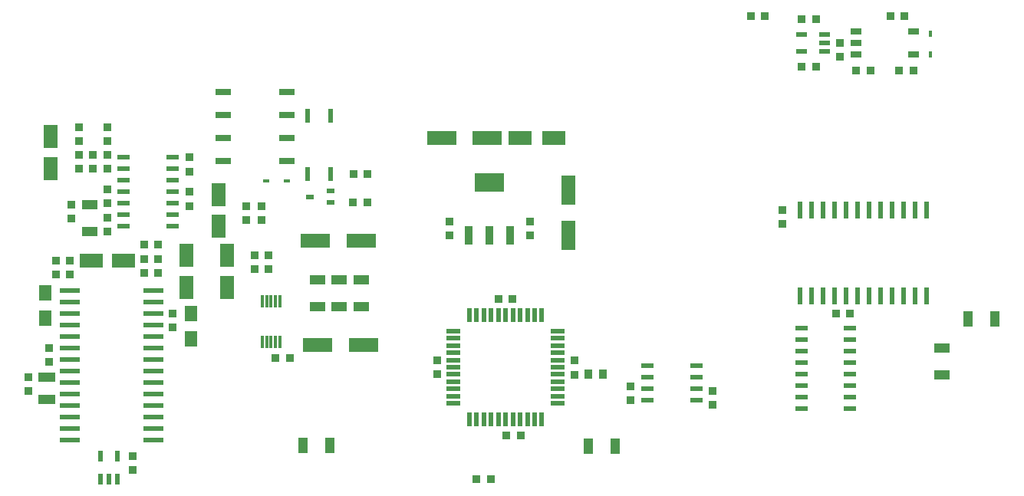
<source format=gtp>
G04*
G04 #@! TF.GenerationSoftware,Altium Limited,Altium Designer,20.1.11 (218)*
G04*
G04 Layer_Color=8421504*
%FSLAX25Y25*%
%MOIN*%
G70*
G04*
G04 #@! TF.SameCoordinates,FE814F26-7F82-419D-9895-0DDABB92EEBD*
G04*
G04*
G04 #@! TF.FilePolarity,Positive*
G04*
G01*
G75*
%ADD19R,0.01181X0.05709*%
%ADD20R,0.07480X0.04331*%
%ADD21R,0.02362X0.05906*%
%ADD22R,0.05906X0.02362*%
%ADD23R,0.03622X0.03858*%
%ADD24R,0.08661X0.02362*%
%ADD25R,0.02362X0.07480*%
%ADD26R,0.03543X0.03740*%
%ADD27R,0.03740X0.03543*%
%ADD28R,0.02362X0.04724*%
%ADD29R,0.09843X0.06496*%
%ADD30R,0.06299X0.12598*%
%ADD31R,0.12598X0.06299*%
%ADD32R,0.03543X0.08465*%
%ADD33R,0.12598X0.08465*%
%ADD34R,0.07087X0.03150*%
%ADD35R,0.04331X0.06890*%
%ADD36R,0.05709X0.02362*%
%ADD37R,0.02362X0.06299*%
%ADD38R,0.03543X0.02165*%
%ADD39R,0.06890X0.04331*%
%ADD40R,0.04724X0.02362*%
%ADD41R,0.01575X0.03150*%
%ADD42R,0.04724X0.03150*%
%ADD43R,0.06299X0.09843*%
%ADD44R,0.03150X0.01575*%
%ADD45R,0.05315X0.07087*%
%ADD46R,0.09843X0.06299*%
D19*
X116680Y96457D02*
D03*
X114711D02*
D03*
X112742D02*
D03*
X110774D02*
D03*
X108806D02*
D03*
Y78937D02*
D03*
X110774D02*
D03*
X112742D02*
D03*
X114711D02*
D03*
X116680D02*
D03*
D20*
X15157Y63681D02*
D03*
Y53838D02*
D03*
D21*
X198917Y90551D02*
D03*
X202067D02*
D03*
X205217D02*
D03*
X208366D02*
D03*
X211516D02*
D03*
X214665D02*
D03*
X217815D02*
D03*
X220965D02*
D03*
X224114D02*
D03*
X227264D02*
D03*
X230413D02*
D03*
Y45276D02*
D03*
X227264D02*
D03*
X224114D02*
D03*
X220965D02*
D03*
X217815D02*
D03*
X214665D02*
D03*
X211516D02*
D03*
X208366D02*
D03*
X205217D02*
D03*
X202067D02*
D03*
X198917D02*
D03*
D22*
X237303Y83661D02*
D03*
Y80512D02*
D03*
Y77362D02*
D03*
Y74213D02*
D03*
Y71063D02*
D03*
Y67913D02*
D03*
Y64764D02*
D03*
Y61614D02*
D03*
Y58465D02*
D03*
Y55315D02*
D03*
Y52165D02*
D03*
X192027D02*
D03*
Y55315D02*
D03*
Y58465D02*
D03*
Y61614D02*
D03*
Y64764D02*
D03*
Y67913D02*
D03*
Y71063D02*
D03*
Y74213D02*
D03*
Y77362D02*
D03*
Y80512D02*
D03*
Y83661D02*
D03*
D23*
X256799Y64862D02*
D03*
X250689D02*
D03*
D24*
X25394Y101279D02*
D03*
Y96279D02*
D03*
Y91279D02*
D03*
Y86279D02*
D03*
Y81279D02*
D03*
Y76279D02*
D03*
Y71279D02*
D03*
Y66279D02*
D03*
Y61279D02*
D03*
Y56279D02*
D03*
Y51279D02*
D03*
Y46279D02*
D03*
Y41279D02*
D03*
Y36279D02*
D03*
X61614D02*
D03*
Y41279D02*
D03*
Y46279D02*
D03*
Y51279D02*
D03*
Y56279D02*
D03*
Y61279D02*
D03*
Y66279D02*
D03*
Y71279D02*
D03*
Y76279D02*
D03*
Y81279D02*
D03*
Y86279D02*
D03*
Y91279D02*
D03*
Y96279D02*
D03*
Y101279D02*
D03*
D25*
X342480Y98917D02*
D03*
X347480D02*
D03*
X352480D02*
D03*
X357480D02*
D03*
X362480D02*
D03*
X367480D02*
D03*
X372480D02*
D03*
X377480D02*
D03*
X382480D02*
D03*
X387480D02*
D03*
X392480D02*
D03*
X397480D02*
D03*
X342480Y136319D02*
D03*
X347480D02*
D03*
X352480D02*
D03*
X357480D02*
D03*
X362480D02*
D03*
X367480D02*
D03*
X372480D02*
D03*
X377480D02*
D03*
X382480D02*
D03*
X387480D02*
D03*
X392480D02*
D03*
X397480D02*
D03*
D26*
X120813Y71791D02*
D03*
X114711D02*
D03*
X217618Y97736D02*
D03*
X211516D02*
D03*
X148425Y151772D02*
D03*
X154527D02*
D03*
X148327Y139417D02*
D03*
X154429D02*
D03*
X327362Y220571D02*
D03*
X321260D02*
D03*
X343406Y219193D02*
D03*
X349508D02*
D03*
X349508Y198622D02*
D03*
X343406D02*
D03*
X381890Y220571D02*
D03*
X387992D02*
D03*
X367028Y197047D02*
D03*
X373130D02*
D03*
X385728Y197047D02*
D03*
X391831D02*
D03*
X364370Y91142D02*
D03*
X358268D02*
D03*
X215059Y38189D02*
D03*
X221161D02*
D03*
X208110Y19094D02*
D03*
X202008D02*
D03*
X57579Y121161D02*
D03*
X63681D02*
D03*
Y108760D02*
D03*
X57579D02*
D03*
Y114961D02*
D03*
X63681D02*
D03*
D27*
X184843Y71063D02*
D03*
Y64961D02*
D03*
X52457Y29248D02*
D03*
Y23146D02*
D03*
X225098Y125197D02*
D03*
Y131299D02*
D03*
X190256D02*
D03*
Y125197D02*
D03*
X41535Y160236D02*
D03*
Y154134D02*
D03*
X35335D02*
D03*
Y160236D02*
D03*
X41535Y172343D02*
D03*
Y166240D02*
D03*
X29134Y160236D02*
D03*
Y154134D02*
D03*
Y166240D02*
D03*
Y172343D02*
D03*
X359882Y202756D02*
D03*
Y208858D02*
D03*
X335039Y136319D02*
D03*
Y130217D02*
D03*
X304527Y51575D02*
D03*
Y57677D02*
D03*
X268996Y59646D02*
D03*
Y53543D02*
D03*
X244587Y64665D02*
D03*
Y70768D02*
D03*
X77165Y159095D02*
D03*
Y152992D02*
D03*
Y144095D02*
D03*
Y137992D02*
D03*
X111713Y110494D02*
D03*
Y116596D02*
D03*
X105512D02*
D03*
Y110494D02*
D03*
X108465Y131791D02*
D03*
Y137894D02*
D03*
X101865D02*
D03*
Y131791D02*
D03*
X70079Y91279D02*
D03*
Y85177D02*
D03*
X16240Y76279D02*
D03*
Y70177D02*
D03*
X7382Y63681D02*
D03*
Y57579D02*
D03*
X25394Y114370D02*
D03*
Y108268D02*
D03*
X19193D02*
D03*
Y114370D02*
D03*
X41535Y126969D02*
D03*
Y133071D02*
D03*
Y139094D02*
D03*
Y145197D02*
D03*
X25984Y132480D02*
D03*
Y138583D02*
D03*
D28*
X38579Y29248D02*
D03*
X46059D02*
D03*
Y19406D02*
D03*
X42319D02*
D03*
X38579D02*
D03*
D29*
X235728Y167717D02*
D03*
X220965D02*
D03*
D30*
X241831Y125197D02*
D03*
Y145050D02*
D03*
D31*
X186839Y167717D02*
D03*
X206693D02*
D03*
X133071Y77658D02*
D03*
X152924D02*
D03*
X151787Y122835D02*
D03*
X131933D02*
D03*
D32*
X207677Y125197D02*
D03*
X216732D02*
D03*
X198622D02*
D03*
D33*
X207677Y148228D02*
D03*
D34*
X92071Y157441D02*
D03*
Y167441D02*
D03*
Y187441D02*
D03*
Y177441D02*
D03*
X119630D02*
D03*
Y187441D02*
D03*
Y167441D02*
D03*
Y157441D02*
D03*
D35*
X250650Y33416D02*
D03*
X262264D02*
D03*
X138189Y33858D02*
D03*
X126575D02*
D03*
X415512Y88976D02*
D03*
X427126D02*
D03*
D36*
X70079Y129095D02*
D03*
Y134095D02*
D03*
Y139094D02*
D03*
Y144095D02*
D03*
Y149094D02*
D03*
Y154095D02*
D03*
Y159095D02*
D03*
X48622Y129095D02*
D03*
Y134095D02*
D03*
Y139094D02*
D03*
Y144095D02*
D03*
Y149094D02*
D03*
Y154095D02*
D03*
Y159095D02*
D03*
X364370Y49902D02*
D03*
Y54902D02*
D03*
Y59902D02*
D03*
Y64902D02*
D03*
Y69902D02*
D03*
Y74902D02*
D03*
Y79902D02*
D03*
Y84902D02*
D03*
X343307Y49902D02*
D03*
Y54902D02*
D03*
Y59902D02*
D03*
Y64902D02*
D03*
Y69902D02*
D03*
Y74902D02*
D03*
Y79902D02*
D03*
Y84902D02*
D03*
X297539Y53524D02*
D03*
Y58524D02*
D03*
Y63524D02*
D03*
Y68524D02*
D03*
X276083Y53524D02*
D03*
Y58524D02*
D03*
Y63524D02*
D03*
Y68524D02*
D03*
D37*
X128465Y151772D02*
D03*
X138465D02*
D03*
X128465Y177362D02*
D03*
X138465D02*
D03*
D38*
X129606Y141976D02*
D03*
X138465Y144535D02*
D03*
Y139417D02*
D03*
D39*
X151787Y106004D02*
D03*
Y94390D02*
D03*
X142402Y106004D02*
D03*
Y94390D02*
D03*
X133071Y106004D02*
D03*
Y94390D02*
D03*
X404331Y76279D02*
D03*
Y64665D02*
D03*
X33773Y138583D02*
D03*
Y126969D02*
D03*
D40*
X343406Y205118D02*
D03*
Y212598D02*
D03*
X353248D02*
D03*
Y208858D02*
D03*
Y205118D02*
D03*
D41*
X399213Y212894D02*
D03*
Y203839D02*
D03*
D42*
X367028Y203858D02*
D03*
Y208858D02*
D03*
Y213858D02*
D03*
X391831Y203858D02*
D03*
Y213858D02*
D03*
D43*
X89995Y129095D02*
D03*
Y143046D02*
D03*
X93539Y102645D02*
D03*
Y116596D02*
D03*
X75787Y102645D02*
D03*
Y116596D02*
D03*
X17028Y154134D02*
D03*
Y168085D02*
D03*
D44*
X119630Y148819D02*
D03*
X110575D02*
D03*
D45*
X77854Y80177D02*
D03*
Y91279D02*
D03*
X14665Y100177D02*
D03*
Y89075D02*
D03*
D46*
X48622Y114370D02*
D03*
X34671D02*
D03*
M02*

</source>
